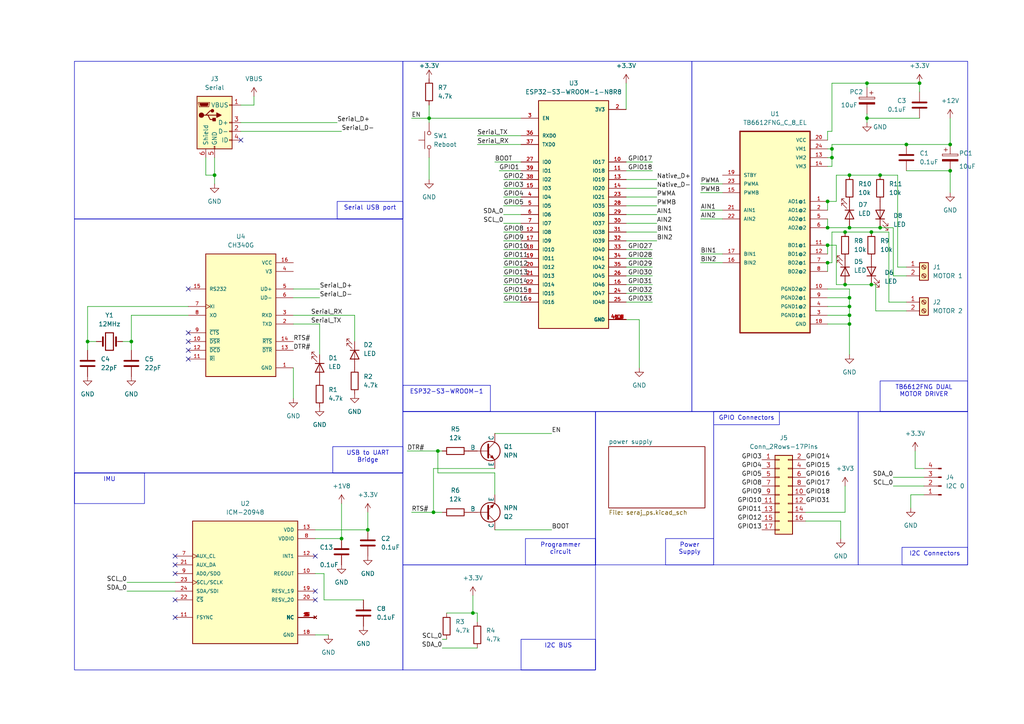
<source format=kicad_sch>
(kicad_sch (version 20230121) (generator eeschema)
  (paper "A4")
  (title_block (title "Seraj Dev Board") (date "2023-12-15") (rev "1") (company "EHTP ElectroPower") (comment 1 "Abdellah Radad"))
  (lib_symbols
    (symbol "CH340G:CH340G" (pin_names (offset 1.016))
      (property "Reference" "U" (at -10.16 20.32 0))
      (property "Value" "CH340G" (at -10.16 -22.86 0))
      (symbol "CH340G_0_0"
        (pin power_in line (at 15.24 -15.24 180) (length 5.08) (name "GND") (number "1"))
        (pin input line (at -15.24 -7.62 0) (length 5.08) (name "~{DSR}") (number "10"))
        (pin input line (at -15.24 -12.7 0) (length 5.08) (name "~{RI}") (number "11"))
        (pin input line (at -15.24 -10.16 0) (length 5.08) (name "~{DCD}") (number "12"))
        (pin output line (at 15.24 -10.16 180) (length 5.08) (name "~{DTR}") (number "13"))
        (pin output line (at 15.24 -7.62 180) (length 5.08) (name "~{RTS}") (number "14"))
        (pin input line (at -15.24 7.62 0) (length 5.08) (name "RS232") (number "15"))
        (pin power_in line (at 15.24 15.24 180) (length 5.08) (name "VCC") (number "16"))
        (pin output line (at 15.24 -2.54 180) (length 5.08) (name "TXD") (number "2"))
        (pin input line (at 15.24 0 180) (length 5.08) (name "RXD") (number "3"))
        (pin power_in line (at 15.24 12.7 180) (length 5.08) (name "V3") (number "4"))
        (pin bidirectional line (at 15.24 7.62 180) (length 5.08) (name "UD+") (number "5"))
        (pin bidirectional line (at 15.24 5.08 180) (length 5.08) (name "UD-") (number "6"))
        (pin input clock (at -15.24 2.54 0) (length 5.08) (name "XI") (number "7"))
        (pin output line (at -15.24 0 0) (length 5.08) (name "XO") (number "8"))
        (pin input line (at -15.24 -5.08 0) (length 5.08) (name "~{CTS}") (number "9"))
      )
    )
    (symbol "Connector:Conn_01x04_Pin" (pin_names (offset 1.016) hide)
      (property "Reference" "J" (at 0 5.08 0))
      (property "Value" "Conn_01x04_Pin" (at 0 -7.62 0))
      (symbol "Conn_01x04_Pin_1_1"
        (pin passive line (at 5.08 2.54 180) (length 3.81) (name "Pin_1") (number "1"))
        (pin passive line (at 5.08 0 180) (length 3.81) (name "Pin_2") (number "2"))
        (pin passive line (at 5.08 -2.54 180) (length 3.81) (name "Pin_3") (number "3"))
        (pin passive line (at 5.08 -5.08 180) (length 3.81) (name "Pin_4") (number "4"))
      )
    )
    (symbol "Connector:Screw_Terminal_01x02" (pin_names (offset 1.016) hide)
      (property "Reference" "J" (at 0 2.54 0))
      (property "Value" "Screw_Terminal_01x02" (at 0 -5.08 0))
      (symbol "Screw_Terminal_01x02_1_1"
        (pin passive line (at -5.08 0 0) (length 3.81) (name "Pin_1") (number "1"))
        (pin passive line (at -5.08 -2.54 0) (length 3.81) (name "Pin_2") (number "2"))
      )
    )
    (symbol "Connector:USB_B_Micro" (pin_names (offset 1.016))
      (property "Reference" "J" (at -5.08 11.43 0))
      (property "Value" "USB_B_Micro" (at -5.08 8.89 0))
      (symbol "USB_B_Micro_1_1"
        (pin power_out line (at 7.62 5.08 180) (length 2.54) (name "VBUS") (number "1"))
        (pin bidirectional line (at 7.62 -2.54 180) (length 2.54) (name "D-") (number "2"))
        (pin bidirectional line (at 7.62 0 180) (length 2.54) (name "D+") (number "3"))
        (pin passive line (at 7.62 -5.08 180) (length 2.54) (name "ID") (number "4"))
        (pin power_out line (at 0 -10.16 90) (length 2.54) (name "GND") (number "5"))
        (pin passive line (at -2.54 -10.16 90) (length 2.54) (name "Shield") (number "6"))
      )
    )
    (symbol "Connector_Generic:Conn_2Rows-17Pins" (pin_names (offset 1.016) hide)
      (property "Reference" "J" (at 1.27 12.7 0))
      (property "Value" "Conn_2Rows-17Pins" (at 1.27 -12.7 0))
      (symbol "Conn_2Rows-17Pins_1_1"
        (pin passive line (at -5.08 10.16 0) (length 3.81) (name "Pin_1") (number "1"))
        (pin passive line (at 7.62 0 180) (length 3.81) (name "Pin_10") (number "10"))
        (pin passive line (at -5.08 -2.54 0) (length 3.81) (name "Pin_11") (number "11"))
        (pin passive line (at 7.62 -2.54 180) (length 3.81) (name "Pin_12") (number "12"))
        (pin passive line (at -5.08 -5.08 0) (length 3.81) (name "Pin_13") (number "13"))
        (pin passive line (at 7.62 -5.08 180) (length 3.81) (name "Pin_14") (number "14"))
        (pin passive line (at -5.08 -7.62 0) (length 3.81) (name "Pin_15") (number "15"))
        (pin passive line (at 7.62 -7.62 180) (length 3.81) (name "Pin_16") (number "16"))
        (pin passive line (at -5.08 -10.16 0) (length 3.81) (name "Pin_17") (number "17"))
        (pin passive line (at 7.62 10.16 180) (length 3.81) (name "Pin_2") (number "2"))
        (pin passive line (at -5.08 7.62 0) (length 3.81) (name "Pin_3") (number "3"))
        (pin passive line (at 7.62 7.62 180) (length 3.81) (name "Pin_4") (number "4"))
        (pin passive line (at -5.08 5.08 0) (length 3.81) (name "Pin_5") (number "5"))
        (pin passive line (at 7.62 5.08 180) (length 3.81) (name "Pin_6") (number "6"))
        (pin passive line (at -5.08 2.54 0) (length 3.81) (name "Pin_7") (number "7"))
        (pin passive line (at 7.62 2.54 180) (length 3.81) (name "Pin_8") (number "8"))
        (pin passive line (at -5.08 0 0) (length 3.81) (name "Pin_9") (number "9"))
      )
    )
    (symbol "Device:C" (pin_numbers hide) (pin_names (offset 0.254))
      (property "Reference" "C" (at 0.635 2.54 0))
      (property "Value" "C" (at 0.635 -2.54 0))
      (symbol "C_1_1"
        (pin passive line (at 0 3.81 270) (length 2.794) (name "~") (number "1"))
        (pin passive line (at 0 -3.81 90) (length 2.794) (name "~") (number "2"))
      )
    )
    (symbol "Device:C_Polarized" (pin_numbers hide) (pin_names (offset 0.254))
      (property "Reference" "C" (at 0.635 2.54 0))
      (property "Value" "C_Polarized" (at 0.635 -2.54 0))
      (symbol "C_Polarized_1_1"
        (pin passive line (at 0 3.81 270) (length 2.794) (name "~") (number "1"))
        (pin passive line (at 0 -3.81 90) (length 2.794) (name "~") (number "2"))
      )
    )
    (symbol "Device:Crystal" (pin_numbers hide) (pin_names (offset 1.016) hide)
      (property "Reference" "Y" (at 0 3.81 0))
      (property "Value" "Crystal" (at 0 -3.81 0))
      (symbol "Crystal_1_1"
        (pin passive line (at -3.81 0 0) (length 1.27) (name "1") (number "1"))
        (pin passive line (at 3.81 0 180) (length 1.27) (name "2") (number "2"))
      )
    )
    (symbol "Device:LED" (pin_numbers hide) (pin_names (offset 1.016) hide)
      (property "Reference" "D" (at 0 2.54 0))
      (property "Value" "LED" (at 0 -2.54 0))
      (symbol "LED_1_1"
        (pin passive line (at -3.81 0 0) (length 2.54) (name "K") (number "1"))
        (pin passive line (at 3.81 0 180) (length 2.54) (name "A") (number "2"))
      )
    )
    (symbol "Device:R" (pin_numbers hide) (pin_names (offset 0))
      (property "Reference" "R" (at 2.032 0 90))
      (property "Value" "R" (at 0 0 90))
      (symbol "R_1_1"
        (pin passive line (at 0 3.81 270) (length 1.27) (name "~") (number "1"))
        (pin passive line (at 0 -3.81 90) (length 1.27) (name "~") (number "2"))
      )
    )
    (symbol "ESP32-S3-WROOM-1-N8R8:ESP32-S3-WROOM-1-N8R8" (pin_names (offset 1.016))
      (property "Reference" "U" (at -10.16 34.1122 0))
      (property "Value" "ESP32-S3-WROOM-1-N8R8" (at -10.16 -35.56 0))
      (symbol "ESP32-S3-WROOM-1-N8R8_0_0"
        (pin power_in line (at 15.24 -30.48 180) (length 5.08) (name "GND") (number "1"))
        (pin bidirectional line (at 15.24 15.24 180) (length 5.08) (name "IO17") (number "10"))
        (pin bidirectional line (at 15.24 12.7 180) (length 5.08) (name "IO18") (number "11"))
        (pin bidirectional line (at -15.24 -5.08 0) (length 5.08) (name "IO8") (number "12"))
        (pin bidirectional line (at 15.24 10.16 180) (length 5.08) (name "IO19") (number "13"))
        (pin bidirectional line (at 15.24 7.62 180) (length 5.08) (name "IO20") (number "14"))
        (pin bidirectional line (at -15.24 7.62 0) (length 5.08) (name "IO3") (number "15"))
        (pin bidirectional line (at 15.24 -20.32 180) (length 5.08) (name "IO46") (number "16"))
        (pin bidirectional line (at -15.24 -7.62 0) (length 5.08) (name "IO9") (number "17"))
        (pin bidirectional line (at -15.24 -10.16 0) (length 5.08) (name "IO10") (number "18"))
        (pin bidirectional line (at -15.24 -12.7 0) (length 5.08) (name "IO11") (number "19"))
        (pin power_in line (at 15.24 30.48 180) (length 5.08) (name "3V3") (number "2"))
        (pin bidirectional line (at -15.24 -15.24 0) (length 5.08) (name "IO12") (number "20"))
        (pin bidirectional line (at -15.24 -17.78 0) (length 5.08) (name "IO13") (number "21"))
        (pin bidirectional line (at -15.24 -20.32 0) (length 5.08) (name "IO14") (number "22"))
        (pin bidirectional line (at 15.24 5.08 180) (length 5.08) (name "IO21") (number "23"))
        (pin bidirectional line (at 15.24 -22.86 180) (length 5.08) (name "IO47") (number "24"))
        (pin bidirectional line (at 15.24 -25.4 180) (length 5.08) (name "IO48") (number "25"))
        (pin bidirectional line (at 15.24 -17.78 180) (length 5.08) (name "IO45") (number "26"))
        (pin bidirectional line (at -15.24 15.24 0) (length 5.08) (name "IO0") (number "27"))
        (pin bidirectional line (at 15.24 2.54 180) (length 5.08) (name "IO35") (number "28"))
        (pin bidirectional line (at 15.24 0 180) (length 5.08) (name "IO36") (number "29"))
        (pin input line (at -15.24 27.94 0) (length 5.08) (name "EN") (number "3"))
        (pin bidirectional line (at 15.24 -2.54 180) (length 5.08) (name "IO37") (number "30"))
        (pin bidirectional line (at 15.24 -5.08 180) (length 5.08) (name "IO38") (number "31"))
        (pin bidirectional line (at 15.24 -7.62 180) (length 5.08) (name "IO39") (number "32"))
        (pin bidirectional line (at 15.24 -10.16 180) (length 5.08) (name "IO40") (number "33"))
        (pin bidirectional line (at 15.24 -12.7 180) (length 5.08) (name "IO41") (number "34"))
        (pin bidirectional line (at 15.24 -15.24 180) (length 5.08) (name "IO42") (number "35"))
        (pin bidirectional line (at -15.24 22.86 0) (length 5.08) (name "RXD0") (number "36"))
        (pin bidirectional line (at -15.24 20.32 0) (length 5.08) (name "TXD0") (number "37"))
        (pin bidirectional line (at -15.24 10.16 0) (length 5.08) (name "IO2") (number "38"))
        (pin bidirectional line (at -15.24 12.7 0) (length 5.08) (name "IO1") (number "39"))
        (pin bidirectional line (at -15.24 5.08 0) (length 5.08) (name "IO4") (number "4"))
        (pin power_in line (at 15.24 -30.48 180) (length 5.08) (name "GND") (number "40"))
        (pin power_in line (at 15.24 -30.48 180) (length 5.08) (name "GND") (number "41_1"))
        (pin power_in line (at 15.24 -30.48 180) (length 5.08) (name "GND") (number "41_2"))
        (pin power_in line (at 15.24 -30.48 180) (length 5.08) (name "GND") (number "41_3"))
        (pin power_in line (at 15.24 -30.48 180) (length 5.08) (name "GND") (number "41_4"))
        (pin power_in line (at 15.24 -30.48 180) (length 5.08) (name "GND") (number "41_5"))
        (pin power_in line (at 15.24 -30.48 180) (length 5.08) (name "GND") (number "41_6"))
        (pin power_in line (at 15.24 -30.48 180) (length 5.08) (name "GND") (number "41_7"))
        (pin power_in line (at 15.24 -30.48 180) (length 5.08) (name "GND") (number "41_8"))
        (pin power_in line (at 15.24 -30.48 180) (length 5.08) (name "GND") (number "41_9"))
        (pin bidirectional line (at -15.24 2.54 0) (length 5.08) (name "IO5") (number "5"))
        (pin bidirectional line (at -15.24 0 0) (length 5.08) (name "IO6") (number "6"))
        (pin bidirectional line (at -15.24 -2.54 0) (length 5.08) (name "IO7") (number "7"))
        (pin bidirectional line (at -15.24 -22.86 0) (length 5.08) (name "IO15") (number "8"))
        (pin bidirectional line (at -15.24 -25.4 0) (length 5.08) (name "IO16") (number "9"))
      )
    )
    (symbol "ICM-20948:ICM-20948" (pin_names (offset 1.016))
      (property "Reference" "U" (at -15.24 18.415 0))
      (property "Value" "ICM-20948" (at -15.24 -20.32 0))
      (symbol "ICM-20948_0_0"
        (pin no_connect line (at 20.32 -10.16 180) (length 5.08) (name "NC") (number "1"))
        (pin output line (at 20.32 2.54 180) (length 5.08) (name "REGOUT") (number "10"))
        (pin input line (at -20.32 -10.16 0) (length 5.08) (name "FSYNC") (number "11"))
        (pin output line (at 20.32 7.62 180) (length 5.08) (name "INT1") (number "12"))
        (pin power_in line (at 20.32 15.24 180) (length 5.08) (name "VDD") (number "13"))
        (pin no_connect line (at 20.32 -10.16 180) (length 5.08) (name "NC") (number "14"))
        (pin no_connect line (at 20.32 -10.16 180) (length 5.08) (name "NC") (number "15"))
        (pin no_connect line (at 20.32 -10.16 180) (length 5.08) (name "NC") (number "16"))
        (pin no_connect line (at 20.32 -10.16 180) (length 5.08) (name "NC") (number "17"))
        (pin power_in line (at 20.32 -15.24 180) (length 5.08) (name "GND") (number "18"))
        (pin passive line (at 20.32 -2.54 180) (length 5.08) (name "RESV_19") (number "19"))
        (pin no_connect line (at 20.32 -10.16 180) (length 5.08) (name "NC") (number "2"))
        (pin passive line (at 20.32 -5.08 180) (length 5.08) (name "RESV_20") (number "20"))
        (pin bidirectional line (at -20.32 5.08 0) (length 5.08) (name "AUX_DA") (number "21"))
        (pin input line (at -20.32 -5.08 0) (length 5.08) (name "~{CS}") (number "22"))
        (pin input clock (at -20.32 0 0) (length 5.08) (name "SCL/SCLK") (number "23"))
        (pin bidirectional line (at -20.32 -2.54 0) (length 5.08) (name "SDA/SDI") (number "24"))
        (pin no_connect line (at 20.32 -10.16 180) (length 5.08) (name "NC") (number "3"))
        (pin no_connect line (at 20.32 -10.16 180) (length 5.08) (name "NC") (number "4"))
        (pin no_connect line (at 20.32 -10.16 180) (length 5.08) (name "NC") (number "5"))
        (pin no_connect line (at 20.32 -10.16 180) (length 5.08) (name "NC") (number "6"))
        (pin input clock (at -20.32 7.62 0) (length 5.08) (name "AUX_CL") (number "7"))
        (pin power_in line (at 20.32 12.7 180) (length 5.08) (name "VDDIO") (number "8"))
        (pin bidirectional line (at -20.32 2.54 0) (length 5.08) (name "AD0/SDO") (number "9"))
      )
    )
    (symbol "Simulation_SPICE:NPN" (pin_numbers hide) (pin_names (offset 0))
      (property "Reference" "Q" (at -2.54 7.62 0))
      (property "Value" "NPN" (at -2.54 5.08 0))
      (symbol "NPN_1_1"
        (pin open_collector line (at 2.54 5.08 270) (length 2.54) (name "C") (number "1"))
        (pin input line (at -5.08 0 0) (length 2.54) (name "B") (number "2"))
        (pin open_emitter line (at 2.54 -5.08 90) (length 2.54) (name "E") (number "3"))
      )
    )
    (symbol "Switch:SW_Push" (pin_numbers hide) (pin_names (offset 1.016) hide)
      (property "Reference" "SW" (at 1.27 2.54 0))
      (property "Value" "SW_Push" (at 0 -1.524 0))
      (symbol "SW_Push_0_1"
        (pin passive line (at -5.08 0 0) (length 2.54) (name "1") (number "1"))
        (pin passive line (at 5.08 0 180) (length 2.54) (name "2") (number "2"))
      )
    )
    (symbol "TB6612FNG_C_8_EL:TB6612FNG_C_8_EL" (pin_names (offset 1.016))
      (property "Reference" "U" (at -10.1952 28.0369 0))
      (property "Value" "TB6612FNG_C_8_EL" (at -10.1741 -33.7014 0))
      (symbol "TB6612FNG_C_8_EL_0_0"
        (pin output line (at 15.24 7.62 180) (length 5.08) (name "AO1@1") (number "1"))
        (pin passive line (at 15.24 -17.78 180) (length 5.08) (name "PGND2@2") (number "10"))
        (pin output line (at 15.24 -5.08 180) (length 5.08) (name "BO1@1") (number "11"))
        (pin output line (at 15.24 -7.62 180) (length 5.08) (name "BO1@2") (number "12"))
        (pin power_in line (at 15.24 20.32 180) (length 5.08) (name "VM2") (number "13"))
        (pin power_in line (at 15.24 17.78 180) (length 5.08) (name "VM3") (number "14"))
        (pin input line (at -15.24 10.16 0) (length 5.08) (name "PWMB") (number "15"))
        (pin input line (at -15.24 -10.16 0) (length 5.08) (name "BIN2") (number "16"))
        (pin input line (at -15.24 -7.62 0) (length 5.08) (name "BIN1") (number "17"))
        (pin passive line (at 15.24 -27.94 180) (length 5.08) (name "GND") (number "18"))
        (pin input line (at -15.24 15.24 0) (length 5.08) (name "STBY") (number "19"))
        (pin output line (at 15.24 5.08 180) (length 5.08) (name "AO1@2") (number "2"))
        (pin power_in line (at 15.24 25.4 180) (length 5.08) (name "VCC") (number "20"))
        (pin input line (at -15.24 5.08 0) (length 5.08) (name "AIN1") (number "21"))
        (pin input line (at -15.24 2.54 0) (length 5.08) (name "AIN2") (number "22"))
        (pin input line (at -15.24 12.7 0) (length 5.08) (name "PWMA") (number "23"))
        (pin power_in line (at 15.24 22.86 180) (length 5.08) (name "VM1") (number "24"))
        (pin passive line (at 15.24 -25.4 180) (length 5.08) (name "PGND1@1") (number "3"))
        (pin passive line (at 15.24 -22.86 180) (length 5.08) (name "PGND1@2") (number "4"))
        (pin output line (at 15.24 2.54 180) (length 5.08) (name "AO2@1") (number "5"))
        (pin output line (at 15.24 0 180) (length 5.08) (name "AO2@2") (number "6"))
        (pin output line (at 15.24 -10.16 180) (length 5.08) (name "BO2@1") (number "7"))
        (pin output line (at 15.24 -12.7 180) (length 5.08) (name "BO2@2") (number "8"))
        (pin passive line (at 15.24 -20.32 180) (length 5.08) (name "PGND2@1") (number "9"))
      )
    )
    (symbol "power:+12V" (power) (pin_names (offset 0))
      (property "Value" "+12V" (at 0 3.556 0))
      (symbol "+12V_1_1"
        (pin power_in line (at 0 0 90) (length 0) hide (name "+12V") (number "1"))
      )
    )
    (symbol "power:+1V8" (power) (pin_names (offset 0))
      (property "Value" "+1V8" (at 0 3.556 0))
      (symbol "+1V8_1_1"
        (pin power_in line (at 0 0 90) (length 0) hide (name "+1V8") (number "1"))
      )
    )
    (symbol "power:+3.3V" (power) (pin_names (offset 0))
      (property "Value" "+3.3V" (at 0 3.556 0))
      (symbol "+3.3V_1_1"
        (pin power_in line (at 0 0 90) (length 0) hide (name "+3.3V") (number "1"))
      )
    )
    (symbol "power:+3V3" (power) (pin_names (offset 0))
      (property "Value" "+3V3" (at 0 3.556 0))
      (symbol "+3V3_1_1"
        (pin power_in line (at 0 0 90) (length 0) hide (name "+3V3") (number "1"))
      )
    )
    (symbol "power:GND" (power) (pin_names (offset 0))
      (property "Value" "GND" (at 0 -3.81 0))
      (symbol "GND_1_1"
        (pin power_in line (at 0 0 270) (length 0) hide (name "GND") (number "1"))
      )
    )
    (symbol "power:VBUS" (power) (pin_names (offset 0))
      (property "Value" "VBUS" (at 0 3.81 0))
      (symbol "VBUS_1_1"
        (pin power_in line (at 0 0 90) (length 0) hide (name "VBUS") (number "1"))
      )
    )
  )
  (junction (at 255.27 50.8))
  (junction (at 127 130.81))
  (junction (at 245.11 82.55))
  (junction (at 62.23 50.8))
  (junction (at 137.16 177.8))
  (junction (at 246.38 88.9))
  (junction (at 251.46 24.13))
  (junction (at 99.06 156.21))
  (junction (at 246.38 86.36))
  (junction (at 241.3 45.72))
  (junction (at 38.1 99.06))
  (junction (at 240.03 71.12))
  (junction (at 246.38 93.98))
  (junction (at 252.73 67.31))
  (junction (at 246.38 91.44))
  (junction (at 252.73 82.55))
  (junction (at 275.59 41.91))
  (junction (at 125.73 148.59))
  (junction (at 266.7 24.13))
  (junction (at 251.46 34.29))
  (junction (at 106.68 153.67))
  (junction (at 240.03 58.42))
  (junction (at 246.38 50.8))
  (junction (at 240.03 76.2))
  (junction (at 255.27 66.04))
  (junction (at 246.38 66.04))
  (junction (at 262.89 41.91))
  (junction (at 275.59 49.53))
  (junction (at 124.46 34.29))
  (junction (at 240.03 66.04))
  (junction (at 245.11 67.31))
  (junction (at 241.3 43.18))
  (junction (at 25.4 99.06))
  (no_connect (at 91.44 173.99))
  (no_connect (at 54.61 96.52))
  (no_connect (at 91.44 161.29))
  (no_connect (at 50.8 163.83))
  (no_connect (at 50.8 166.37))
  (no_connect (at 50.8 161.29))
  (no_connect (at 50.8 179.07))
  (no_connect (at 69.85 40.64))
  (no_connect (at 54.61 104.14))
  (no_connect (at 54.61 101.6))
  (no_connect (at 91.44 171.45))
  (no_connect (at 54.61 83.82))
  (no_connect (at 50.8 173.99))
  (no_connect (at 54.61 99.06))
  (wire (pts (xy 267.97 143.51) (xy 264.16 143.51)))
  (wire (pts (xy 275.59 49.53) (xy 275.59 55.88)))
  (wire (pts (xy 127 130.81) (xy 128.27 130.81)))
  (wire (pts (xy 241.3 38.1) (xy 240.03 38.1)))
  (wire (pts (xy 146.05 54.61) (xy 151.13 54.61)))
  (wire (pts (xy 146.05 52.07) (xy 151.13 52.07)))
  (wire (pts (xy 38.1 91.44) (xy 38.1 99.06)))
  (wire (pts (xy 255.27 50.8) (xy 260.35 50.8)))
  (wire (pts (xy 143.51 46.99) (xy 151.13 46.99)))
  (wire (pts (xy 242.57 82.55) (xy 242.57 71.12)))
  (wire (pts (xy 181.61 74.93) (xy 189.23 74.93)))
  (wire (pts (xy 262.89 49.53) (xy 275.59 49.53)))
  (wire (pts (xy 38.1 99.06) (xy 38.1 101.6)))
  (wire (pts (xy 203.2 60.96) (xy 209.55 60.96)))
  (wire (pts (xy 265.43 130.81) (xy 265.43 135.89)))
  (wire (pts (xy 137.16 177.8) (xy 138.43 177.8)))
  (wire (pts (xy 181.61 85.09) (xy 189.23 85.09)))
  (wire (pts (xy 119.38 34.29) (xy 124.46 34.29)))
  (wire (pts (xy 240.03 71.12) (xy 240.03 73.66)))
  (wire (pts (xy 99.06 146.05) (xy 99.06 156.21)))
  (wire (pts (xy 92.71 83.82) (xy 85.09 83.82)))
  (wire (pts (xy 102.87 99.06) (xy 102.87 91.44)))
  (wire (pts (xy 138.43 41.91) (xy 151.13 41.91)))
  (wire (pts (xy 144.78 49.53) (xy 151.13 49.53)))
  (wire (pts (xy 181.61 72.39) (xy 189.23 72.39)))
  (wire (pts (xy 146.05 74.93) (xy 151.13 74.93)))
  (wire (pts (xy 69.85 35.56) (xy 97.79 35.56)))
  (wire (pts (xy 181.61 67.31) (xy 190.5 67.31)))
  (wire (pts (xy 185.42 92.71) (xy 185.42 106.68)))
  (wire (pts (xy 246.38 83.82) (xy 240.03 83.82)))
  (wire (pts (xy 146.05 82.55) (xy 151.13 82.55)))
  (wire (pts (xy 241.3 48.26) (xy 241.3 45.72)))
  (wire (pts (xy 146.05 85.09) (xy 151.13 85.09)))
  (wire (pts (xy 143.51 143.51) (xy 143.51 137.16)))
  (wire (pts (xy 124.46 34.29) (xy 151.13 34.29)))
  (wire (pts (xy 181.61 54.61) (xy 190.5 54.61)))
  (wire (pts (xy 275.59 41.91) (xy 262.89 41.91)))
  (wire (pts (xy 35.56 99.06) (xy 38.1 99.06)))
  (wire (pts (xy 246.38 88.9) (xy 246.38 86.36)))
  (wire (pts (xy 262.89 80.01) (xy 259.08 80.01)))
  (wire (pts (xy 252.73 67.31) (xy 245.11 67.31)))
  (wire (pts (xy 181.61 87.63) (xy 189.23 87.63)))
  (wire (pts (xy 143.51 137.16) (xy 127 137.16)))
  (wire (pts (xy 181.61 80.01) (xy 189.23 80.01)))
  (wire (pts (xy 93.98 173.99) (xy 93.98 166.37)))
  (wire (pts (xy 181.61 77.47) (xy 189.23 77.47)))
  (wire (pts (xy 259.08 140.97) (xy 267.97 140.97)))
  (wire (pts (xy 128.27 187.96) (xy 138.43 187.96)))
  (wire (pts (xy 240.03 66.04) (xy 246.38 66.04)))
  (wire (pts (xy 241.3 76.2) (xy 240.03 76.2)))
  (wire (pts (xy 146.05 67.31) (xy 151.13 67.31)))
  (wire (pts (xy 92.71 86.36) (xy 85.09 86.36)))
  (wire (pts (xy 266.7 34.29) (xy 251.46 34.29)))
  (wire (pts (xy 240.03 43.18) (xy 241.3 43.18)))
  (wire (pts (xy 181.61 57.15) (xy 190.5 57.15)))
  (wire (pts (xy 265.43 135.89) (xy 267.97 135.89)))
  (wire (pts (xy 240.03 88.9) (xy 246.38 88.9)))
  (wire (pts (xy 251.46 24.13) (xy 241.3 24.13)))
  (wire (pts (xy 264.16 143.51) (xy 264.16 147.32)))
  (wire (pts (xy 203.2 76.2) (xy 209.55 76.2)))
  (wire (pts (xy 93.98 166.37) (xy 91.44 166.37)))
  (wire (pts (xy 138.43 177.8) (xy 138.43 180.34)))
  (wire (pts (xy 245.11 140.97) (xy 245.11 148.59)))
  (wire (pts (xy 85.09 93.98) (xy 92.71 93.98)))
  (wire (pts (xy 275.59 34.29) (xy 275.59 41.91)))
  (wire (pts (xy 240.03 48.26) (xy 241.3 48.26)))
  (wire (pts (xy 160.02 153.67) (xy 143.51 153.67)))
  (wire (pts (xy 240.03 63.5) (xy 240.03 66.04)))
  (wire (pts (xy 181.61 24.13) (xy 181.61 31.75)))
  (wire (pts (xy 266.7 24.13) (xy 251.46 24.13)))
  (wire (pts (xy 246.38 86.36) (xy 246.38 83.82)))
  (wire (pts (xy 233.68 151.13) (xy 243.84 151.13)))
  (wire (pts (xy 254 82.55) (xy 254 90.17)))
  (wire (pts (xy 181.61 62.23) (xy 190.5 62.23)))
  (wire (pts (xy 118.11 130.81) (xy 127 130.81)))
  (wire (pts (xy 241.3 43.18) (xy 241.3 45.72)))
  (wire (pts (xy 242.57 71.12) (xy 240.03 71.12)))
  (wire (pts (xy 124.46 45.72) (xy 124.46 52.07)))
  (wire (pts (xy 241.3 67.31) (xy 241.3 76.2)))
  (wire (pts (xy 146.05 80.01) (xy 151.13 80.01)))
  (wire (pts (xy 146.05 77.47) (xy 151.13 77.47)))
  (wire (pts (xy 146.05 69.85) (xy 151.13 69.85)))
  (wire (pts (xy 129.54 177.8) (xy 137.16 177.8)))
  (wire (pts (xy 262.89 77.47) (xy 260.35 77.47)))
  (wire (pts (xy 146.05 87.63) (xy 151.13 87.63)))
  (wire (pts (xy 127 137.16) (xy 127 130.81)))
  (wire (pts (xy 27.94 99.06) (xy 25.4 99.06)))
  (wire (pts (xy 246.38 93.98) (xy 246.38 91.44)))
  (wire (pts (xy 36.83 171.45) (xy 50.8 171.45)))
  (wire (pts (xy 240.03 93.98) (xy 246.38 93.98)))
  (wire (pts (xy 245.11 82.55) (xy 242.57 82.55)))
  (wire (pts (xy 240.03 38.1) (xy 240.03 40.64)))
  (wire (pts (xy 246.38 66.04) (xy 255.27 66.04)))
  (wire (pts (xy 185.42 92.71) (xy 181.61 92.71)))
  (wire (pts (xy 255.27 66.04) (xy 259.08 66.04)))
  (wire (pts (xy 143.51 135.89) (xy 125.73 135.89)))
  (wire (pts (xy 181.61 69.85) (xy 190.5 69.85)))
  (wire (pts (xy 91.44 184.15) (xy 95.25 184.15)))
  (wire (pts (xy 203.2 55.88) (xy 209.55 55.88)))
  (wire (pts (xy 266.7 26.67) (xy 266.7 24.13)))
  (wire (pts (xy 124.46 35.56) (xy 124.46 34.29)))
  (wire (pts (xy 106.68 148.59) (xy 106.68 153.67)))
  (wire (pts (xy 246.38 91.44) (xy 246.38 88.9)))
  (wire (pts (xy 92.71 102.87) (xy 92.71 93.98)))
  (wire (pts (xy 242.57 50.8) (xy 242.57 58.42)))
  (wire (pts (xy 252.73 82.55) (xy 254 82.55)))
  (wire (pts (xy 259.08 80.01) (xy 259.08 66.04)))
  (wire (pts (xy 246.38 50.8) (xy 255.27 50.8)))
  (wire (pts (xy 181.61 46.99) (xy 189.23 46.99)))
  (wire (pts (xy 146.05 72.39) (xy 151.13 72.39)))
  (wire (pts (xy 241.3 41.91) (xy 241.3 43.18)))
  (wire (pts (xy 59.69 45.72) (xy 59.69 50.8)))
  (wire (pts (xy 254 90.17) (xy 262.89 90.17)))
  (wire (pts (xy 241.3 41.91) (xy 262.89 41.91)))
  (wire (pts (xy 128.27 185.42) (xy 129.54 185.42)))
  (wire (pts (xy 242.57 50.8) (xy 246.38 50.8)))
  (wire (pts (xy 146.05 57.15) (xy 151.13 57.15)))
  (wire (pts (xy 241.3 24.13) (xy 241.3 38.1)))
  (wire (pts (xy 257.81 67.31) (xy 257.81 87.63)))
  (wire (pts (xy 181.61 82.55) (xy 189.23 82.55)))
  (wire (pts (xy 203.2 73.66) (xy 209.55 73.66)))
  (wire (pts (xy 93.98 173.99) (xy 105.41 173.99)))
  (wire (pts (xy 242.57 58.42) (xy 240.03 58.42)))
  (wire (pts (xy 246.38 93.98) (xy 246.38 102.87)))
  (wire (pts (xy 251.46 25.4) (xy 251.46 24.13)))
  (wire (pts (xy 59.69 50.8) (xy 62.23 50.8)))
  (wire (pts (xy 240.03 86.36) (xy 246.38 86.36)))
  (wire (pts (xy 62.23 50.8) (xy 62.23 53.34)))
  (wire (pts (xy 124.46 30.48) (xy 124.46 34.29)))
  (wire (pts (xy 260.35 77.47) (xy 260.35 50.8)))
  (wire (pts (xy 245.11 82.55) (xy 252.73 82.55)))
  (wire (pts (xy 119.38 148.59) (xy 125.73 148.59)))
  (wire (pts (xy 245.11 148.59) (xy 233.68 148.59)))
  (wire (pts (xy 85.09 106.68) (xy 85.09 115.57)))
  (wire (pts (xy 257.81 87.63) (xy 262.89 87.63)))
  (wire (pts (xy 125.73 135.89) (xy 125.73 148.59)))
  (wire (pts (xy 54.61 91.44) (xy 38.1 91.44)))
  (wire (pts (xy 181.61 64.77) (xy 190.5 64.77)))
  (wire (pts (xy 54.61 88.9) (xy 25.4 88.9)))
  (wire (pts (xy 181.61 59.69) (xy 190.5 59.69)))
  (wire (pts (xy 240.03 91.44) (xy 246.38 91.44)))
  (wire (pts (xy 181.61 49.53) (xy 189.23 49.53)))
  (wire (pts (xy 146.05 62.23) (xy 151.13 62.23)))
  (wire (pts (xy 146.05 59.69) (xy 151.13 59.69)))
  (wire (pts (xy 251.46 34.29) (xy 251.46 35.56)))
  (wire (pts (xy 241.3 45.72) (xy 240.03 45.72)))
  (wire (pts (xy 91.44 153.67) (xy 106.68 153.67)))
  (wire (pts (xy 25.4 88.9) (xy 25.4 99.06)))
  (wire (pts (xy 259.08 138.43) (xy 267.97 138.43)))
  (wire (pts (xy 25.4 99.06) (xy 25.4 101.6)))
  (wire (pts (xy 69.85 38.1) (xy 99.06 38.1)))
  (wire (pts (xy 181.61 52.07) (xy 190.5 52.07)))
  (wire (pts (xy 203.2 63.5) (xy 209.55 63.5)))
  (wire (pts (xy 73.66 27.94) (xy 73.66 30.48)))
  (wire (pts (xy 243.84 151.13) (xy 243.84 156.21)))
  (wire (pts (xy 160.02 125.73) (xy 143.51 125.73)))
  (wire (pts (xy 62.23 45.72) (xy 62.23 50.8)))
  (wire (pts (xy 125.73 148.59) (xy 128.27 148.59)))
  (wire (pts (xy 240.03 76.2) (xy 240.03 78.74)))
  (wire (pts (xy 85.09 91.44) (xy 102.87 91.44)))
  (wire (pts (xy 251.46 33.02) (xy 251.46 34.29)))
  (wire (pts (xy 36.83 168.91) (xy 50.8 168.91)))
  (wire (pts (xy 138.43 39.37) (xy 151.13 39.37)))
  (wire (pts (xy 203.2 53.34) (xy 209.55 53.34)))
  (wire (pts (xy 73.66 30.48) (xy 69.85 30.48)))
  (wire (pts (xy 137.16 172.72) (xy 137.16 177.8)))
  (wire (pts (xy 240.03 58.42) (xy 240.03 60.96)))
  (wire (pts (xy 245.11 67.31) (xy 241.3 67.31)))
  (wire (pts (xy 257.81 67.31) (xy 252.73 67.31)))
  (wire (pts (xy 146.05 64.77) (xy 151.13 64.77)))
  (wire (pts (xy 99.06 156.21) (xy 91.44 156.21)))
  (rectangle (start 21.59 137.16) (end 116.84 194.31))
  (rectangle (start 207.01 119.38) (end 248.92 163.83))
  (rectangle (start 172.72 119.38) (end 207.01 163.83))
  (rectangle (start 116.84 17.78) (end 200.66 119.38))
  (rectangle (start 116.84 119.38) (end 172.72 163.83))
  (rectangle (start 21.59 17.78) (end 116.84 63.5))
  (rectangle (start 116.84 163.83) (end 172.72 194.31))
  (rectangle (start 248.92 119.38) (end 280.67 163.83))
  (rectangle (start 200.66 17.78) (end 280.67 119.38))
  (rectangle (start 21.59 63.5) (end 116.84 137.16))
  (text_box "IMU" (at 21.59 137.16 0) (size 20.32 8.89) (effects (font (size 1.27 1.27)) (justify top)))
  (text_box "USB to UART Bridge" (at 96.52 129.54 0) (size 20.32 7.62) (effects (font (size 1.27 1.27)) (justify top)))
  (text_box "Serial USB port\n" (at 97.79 58.42 0) (size 19.05 5.08) (effects (font (size 1.27 1.27)) (justify top)))
  (text_box "GPIO Connectors" (at 207.01 119.38 0) (size 19.05 3.81) (effects (font (size 1.27 1.27)) (justify top)))
  (text_box "Power Supply\n" (at 193.04 156.21 0) (size 13.97 7.62) (effects (font (size 1.27 1.27)) (justify top)))
  (text_box "I2C Connectors" (at 261.62 158.75 0) (size 19.05 5.08) (effects (font (size 1.27 1.27)) (justify top)))
  (text_box "TB6612FNG DUAL MOTOR DRIVER" (at 255.27 110.49 0) (size 25.4 8.89) (effects (font (size 1.27 1.27)) (justify top)))
  (text_box "ESP32-S3-WROOM-1\n" (at 116.84 111.76 0) (size 25.4 7.62) (effects (font (size 1.27 1.27)) (justify top)))
  (text_box "Programmer circuit\n" (at 152.4 156.21 0) (size 20.32 7.62) (effects (font (size 1.27 1.27)) (justify top)))
  (text_box "I2C BUS" (at 151.13 185.42 0) (size 21.59 8.89) (effects (font (size 1.27 1.27)) (justify top)))
  (label "GPIO27" (at 189.23 72.39 180))
  (label "GPIO13" (at 220.98 153.67 180))
  (label "GPIO31" (at 233.68 146.05 0))
  (label "GPIO18" (at 233.68 143.51 0))
  (label "Native_D+" (at 190.5 52.07 0))
  (label "GPIO17" (at 189.23 46.99 180))
  (label "PWMA" (at 190.5 57.15 0))
  (label "GPIO12" (at 220.98 151.13 180))
  (label "GPIO9" (at 220.98 143.51 180))
  (label "PWMB" (at 203.2 55.88 0))
  (label "GPIO2" (at 146.05 52.07 0))
  (label "GPIO10" (at 220.98 146.05 180))
  (label "GPIO1" (at 144.78 49.53 0))
  (label "GPIO8" (at 220.98 140.97 180))
  (label "GPIO3" (at 146.05 54.61 0))
  (label "GPIO5" (at 220.98 138.43 180))
  (label "PWMB" (at 190.5 59.69 0))
  (label "GPIO30" (at 189.23 80.01 180))
  (label "GPIO9" (at 146.05 69.85 0))
  (label "SDA_0" (at 146.05 62.23 180))
  (label "Serial_D-" (at 92.71 86.36 0))
  (label "SCL_0" (at 128.27 185.42 180))
  (label "EN" (at 160.02 125.73 0))
  (label "GPIO11" (at 146.05 74.93 0))
  (label "GPIO3" (at 220.98 133.35 180))
  (label "GPIO18" (at 189.23 49.53 180))
  (label "EN" (at 119.38 34.29 0))
  (label "Serial_D-" (at 99.06 38.1 0))
  (label "BOOT" (at 160.02 153.67 0))
  (label "GPIO14" (at 146.05 82.55 0))
  (label "GPIO29" (at 189.23 77.47 180))
  (label "GPIO5" (at 146.05 59.69 0))
  (label "Native_D-" (at 190.5 54.61 0))
  (label "GPIO11" (at 220.98 148.59 180))
  (label "Serial_D+" (at 97.79 35.56 0))
  (label "Serial_TX" (at 90.17 93.98 0))
  (label "GPIO12" (at 146.05 77.47 0))
  (label "GPIO32" (at 189.23 85.09 180))
  (label "GPIO13" (at 146.05 80.01 0))
  (label "AIN2" (at 190.5 64.77 0))
  (label "GPIO15" (at 146.05 85.09 0))
  (label "GPIO33" (at 189.23 87.63 180))
  (label "GPIO17" (at 233.68 140.97 0))
  (label "BOOT" (at 143.51 46.99 0))
  (label "Serial_RX" (at 138.43 41.91 0))
  (label "SCL_0" (at 36.83 168.91 180))
  (label "SCL_0" (at 259.08 140.97 180))
  (label "GPIO4" (at 220.98 135.89 180))
  (label "GPIO31" (at 189.23 82.55 180))
  (label "SDA_0" (at 259.08 138.43 180))
  (label "PWMA" (at 203.2 53.34 0))
  (label "BIN2" (at 190.5 69.85 0))
  (label "RTS#" (at 119.38 148.59 0))
  (label "BIN1" (at 190.5 67.31 0))
  (label "GPIO15" (at 233.68 135.89 0))
  (label "DTR#" (at 118.11 130.81 0))
  (label "GPIO10" (at 146.05 72.39 0))
  (label "GPIO8" (at 146.05 67.31 0))
  (label "BIN1" (at 203.2 73.66 0))
  (label "GPIO16" (at 233.68 138.43 0))
  (label "SDA_0" (at 36.83 171.45 180))
  (label "DTR#" (at 85.09 101.6 0))
  (label "GPIO28" (at 189.23 74.93 180))
  (label "Serial_D+" (at 92.71 83.82 0))
  (label "BIN2" (at 203.2 76.2 0))
  (label "AIN1" (at 190.5 62.23 0))
  (label "SDA_0" (at 128.27 187.96 180))
  (label "AIN1" (at 203.2 60.96 0))
  (label "Serial_RX" (at 90.17 91.44 0))
  (label "AIN2" (at 203.2 63.5 0))
  (label "GPIO4" (at 146.05 57.15 0))
  (label "GPIO16" (at 146.05 87.63 0))
  (label "SCL_0" (at 146.05 64.77 180))
  (label "RTS#" (at 85.09 99.06 0))
  (label "Serial_TX" (at 138.43 39.37 0))
  (label "GPIO14" (at 233.68 133.35 0))
  (symbol (lib_id "Device:R") (at 138.43 184.15 0) (unit 1)
    (property "Reference" "R4" (at 140.97 182.88 0) (effects (justify left)))
    (property "Value" "4.7k" (at 140.97 185.42 0) (effects (justify left)))
    (property "Footprint" "Resistor_SMD:R_0201_0603Metric" (effects hide))
  )
  (symbol (lib_id "Device:R") (at 245.11 71.12 0) (unit 1)
    (property "Reference" "R8" (at 247.65 69.85 0) (effects (justify left)))
    (property "Value" "10k" (at 247.65 72.39 0) (effects (justify left)))
    (property "Footprint" "Resistor_SMD:R_0201_0603Metric" (effects hide))
  )
  (symbol (lib_id "Device:R") (at 124.46 26.67 0) (unit 1)
    (property "Reference" "R7" (at 127 25.4 0) (effects (justify left)))
    (property "Value" "4.7k" (at 127 27.94 0) (effects (justify left)))
    (property "Footprint" "Resistor_SMD:R_0201_0603Metric" (effects hide))
  )
  (symbol (lib_id "Device:Crystal") (at 31.75 99.06 0) (unit 1)
    (property "Reference" "Y1" (at 31.75 91.44 0))
    (property "Value" "12MHz" (at 31.75 93.98 0))
    (property "Footprint" "Crystal:Crystal_SMD_2012-2Pin_2.0x1.2mm_HandSoldering" (effects hide))
  )
  (symbol (lib_id "Simulation_SPICE:NPN") (at 140.97 148.59 0) (mirror x) (unit 1)
    (property "Reference" "Q2" (at 146.05 149.86 0) (effects (justify left)))
    (property "Value" "NPN" (at 146.05 147.32 0) (effects (justify left)))
    (property "Footprint" "Package_TO_SOT_SMD:SOT-23" (effects hide))
    (property "Sim.Device" "NPN" (effects hide))
    (property "Sim.Type" "GUMMELPOON" (effects hide))
    (property "Sim.Pins" "1=C 2=B 3=E" (effects hide))
  )
  (symbol (lib_id "Device:R") (at 129.54 181.61 0) (unit 1)
    (property "Reference" "R3" (at 132.08 180.34 0) (effects (justify left)))
    (property "Value" "4.7k" (at 132.08 182.88 0) (effects (justify left)))
    (property "Footprint" "Resistor_SMD:R_0201_0603Metric" (effects hide))
  )
  (symbol (lib_id "power:GND") (at 95.25 184.15 0) (mirror y) (unit 1)
    (property "Reference" "#PWR019" (effects hide))
    (property "Value" "GND" (at 95.25 189.23 0))
  )
  (symbol (lib_id "power:GND") (at 92.71 118.11 0) (unit 1)
    (property "Reference" "#PWR09" (effects hide))
    (property "Value" "GND" (at 92.71 123.19 0))
  )
  (symbol (lib_id "Device:C") (at 105.41 177.8 0) (unit 1)
    (property "Reference" "C8" (at 109.22 176.53 0) (effects (justify left)))
    (property "Value" "0.1uF" (at 109.22 179.07 0) (effects (justify left)))
    (property "Footprint" "Capacitor_SMD:C_0805_2012Metric" (effects hide))
  )
  (symbol (lib_id "Device:R") (at 102.87 110.49 0) (unit 1)
    (property "Reference" "R2" (at 105.41 109.22 0) (effects (justify left)))
    (property "Value" "4.7k" (at 105.41 111.76 0) (effects (justify left)))
    (property "Footprint" "Resistor_SMD:R_0201_0603Metric" (effects hide))
  )
  (symbol (lib_id "TB6612FNG_C_8_EL:TB6612FNG_C_8_EL") (at 224.79 66.04 0) (unit 1)
    (property "Reference" "U1" (at 224.79 33.02 0))
    (property "Value" "TB6612FNG_C_8_EL" (at 224.79 35.56 0))
    (property "Footprint" "TB6612FNG_C_8_EL:SOP65P760X160-24N" (effects hide))
    (property "MF" "Toshiba" (effects hide))
    (property "Description" "\n- Motor Driver Power MOSFET Parallel 24-SSOP\n" (effects hide))
    (property "Package" "SSOP-24 Toshiba" (effects hide))
    (property "Price" "None" (effects hide))
    (property "Check_prices" "https://www.snapeda.com/parts/TB6612FNG,C,8,EL/Toshiba+Semiconductor+and+Storage/view-part/?ref=eda" (effects hide))
    (property "SnapEDA_Link" "https://www.snapeda.com/parts/TB6612FNG,C,8,EL/Toshiba+Semiconductor+and+Storage/view-part/?ref=snap" (effects hide))
    (property "MP" "TB6612FNG,C,8,EL" (effects hide))
    (property "Purchase-URL" "https://www.snapeda.com/api/url_track_click_mouser/?unipart_id=424445&manufacturer=Toshiba&part_name=TB6612FNG,C,8,EL&search_term=tb6612fng" (effects hide))
    (property "Availability" "In Stock" (effects hide))
    (property "MANUFACTURER" "Toshiba" (effects hide))
  )
  (symbol (lib_id "Device:C") (at 25.4 105.41 0) (unit 1)
    (property "Reference" "C4" (at 29.21 104.14 0) (effects (justify left)))
    (property "Value" "22pF" (at 29.21 106.68 0) (effects (justify left)))
    (property "Footprint" "Capacitor_SMD:C_0805_2012Metric" (effects hide))
  )
  (symbol (lib_id "Device:C") (at 38.1 105.41 0) (unit 1)
    (property "Reference" "C5" (at 41.91 104.14 0) (effects (justify left)))
    (property "Value" "22pF" (at 41.91 106.68 0) (effects (justify left)))
    (property "Footprint" "Capacitor_SMD:C_0805_2012Metric" (effects hide))
  )
  (symbol (lib_id "Device:C") (at 99.06 160.02 0) (unit 1)
    (property "Reference" "C13" (at 92.71 158.75 0) (effects (justify left)))
    (property "Value" "0.1uF" (at 92.71 163.83 0) (effects (justify left)))
    (property "Footprint" "Capacitor_SMD:C_0805_2012Metric" (effects hide))
  )
  (symbol (lib_id "Connector:Screw_Terminal_01x02") (at 267.97 77.47 0) (unit 1)
    (property "Reference" "J1" (at 270.51 77.47 0) (effects (justify left)))
    (property "Value" "MOTOR 1" (at 270.51 80.01 0) (effects (justify left)))
    (property "Footprint" "TerminalBlock:TerminalBlock_Altech_AK300-2_P5.00mm" (effects hide))
  )
  (symbol (lib_id "power:GND") (at 251.46 35.56 0) (mirror y) (unit 1)
    (property "Reference" "#PWR04" (effects hide))
    (property "Value" "GND" (at 255.27 36.83 0))
  )
  (symbol (lib_id "Device:C") (at 266.7 30.48 0) (mirror y) (unit 1)
    (property "Reference" "C3" (at 262.89 29.21 0) (effects (justify left)))
    (property "Value" "0.1uF" (at 262.89 31.75 0) (effects (justify left)))
    (property "Footprint" "Capacitor_SMD:C_0805_2012Metric" (effects hide))
  )
  (symbol (lib_id "power:GND") (at 105.41 181.61 0) (unit 1)
    (property "Reference" "#PWR028" (effects hide))
    (property "Value" "GND" (at 105.41 186.69 0))
  )
  (symbol (lib_id "Device:R") (at 132.08 148.59 90) (unit 1)
    (property "Reference" "R6" (at 132.08 142.24 90))
    (property "Value" "12k" (at 132.08 144.78 90))
    (property "Footprint" "Resistor_SMD:R_0201_0603Metric" (effects hide))
  )
  (symbol (lib_id "Device:LED") (at 245.11 78.74 270) (unit 1)
    (property "Reference" "D5" (at 247.65 75.8825 90) (effects (justify left)))
    (property "Value" "LED" (at 247.65 78.4225 90) (effects (justify left)))
    (property "Footprint" "LED_SMD:LED_0805_2012Metric" (effects hide))
  )
  (symbol (lib_id "Device:C") (at 106.68 157.48 0) (unit 1)
    (property "Reference" "C2" (at 110.49 156.21 0) (effects (justify left)))
    (property "Value" "0.1uF" (at 110.49 158.75 0) (effects (justify left)))
    (property "Footprint" "Capacitor_SMD:C_0805_2012Metric" (effects hide))
  )
  (symbol (lib_id "Switch:SW_Push") (at 124.46 40.64 90) (unit 1)
    (property "Reference" "SW1" (at 125.73 39.37 90) (effects (justify right)))
    (property "Value" "Reboot" (at 125.73 41.91 90) (effects (justify right)))
    (property "Footprint" "Button_Switch_SMD:SW_Push_SPST_NO_Alps_SKRK" (effects hide))
  )
  (symbol (lib_id "Device:LED") (at 246.38 62.23 270) (unit 1)
    (property "Reference" "D7" (at 248.92 59.3725 90) (effects (justify left)))
    (property "Value" "LED" (at 248.92 61.9125 90) (effects (justify left)))
    (property "Footprint" "LED_SMD:LED_0805_2012Metric" (effects hide))
  )
  (symbol (lib_id "power:GND") (at 85.09 115.57 0) (unit 1)
    (property "Reference" "#PWR012" (effects hide))
    (property "Value" "GND" (at 85.09 120.65 0))
  )
  (symbol (lib_id "power:GND") (at 185.42 106.68 0) (unit 1)
    (property "Reference" "#PWR05" (effects hide))
    (property "Value" "GND" (at 185.42 111.76 0))
  )
  (symbol (lib_id "power:+3V3") (at 245.11 140.97 0) (unit 1)
    (property "Reference" "#PWR014" (effects hide))
    (property "Value" "+3V3" (at 245.11 135.89 0))
  )
  (symbol (lib_id "ICM-20948:ICM-20948") (at 71.12 168.91 0) (unit 1)
    (property "Reference" "U2" (at 71.12 146.05 0))
    (property "Value" "ICM-20948" (at 71.12 148.59 0))
    (property "Footprint" "ICM-20948:QFN40P300X300X105-24N" (effects hide))
    (property "MF" "TDK InvenSense" (effects hide))
    (property "MAXIMUM_PACKAGE_HEIGHT" "1.05 mm" (effects hide))
    (property "Package" "TFQFN-24 TDK InvenSense" (effects hide))
    (property "Price" "None" (effects hide))
    (property "Check_prices" "https://www.snapeda.com/parts/ICM-20948/TDK+InvenSense/view-part/?ref=eda" (effects hide))
    (property "STANDARD" "IPC 7351B" (effects hide))
    (property "PARTREV" "1.3" (effects hide))
    (property "SnapEDA_Link" "https://www.snapeda.com/parts/ICM-20948/TDK+InvenSense/view-part/?ref=snap" (effects hide))
    (property "MP" "ICM-20948" (effects hide))
    (property "Purchase-URL" "https://www.snapeda.com/api/url_track_click_mouser/?unipart_id=578927&manufacturer=TDK InvenSense&part_name=ICM-20948&search_term=None" (effects hide))
    (property "Description" "\nAccelerometer, Gyroscope, Magnetometer, 9 Axis Sensor I²C, SPI Output\n" (effects hide))
    (property "Availability" "In Stock" (effects hide))
    (property "MANUFACTURER" "TDK InvenSense" (effects hide))
  )
  (symbol (lib_id "Device:R") (at 92.71 114.3 0) (unit 1)
    (property "Reference" "R1" (at 95.25 113.03 0) (effects (justify left)))
    (property "Value" "4.7k" (at 95.25 115.57 0) (effects (justify left)))
    (property "Footprint" "Resistor_SMD:R_0201_0603Metric" (effects hide))
  )
  (symbol (lib_id "Device:R") (at 132.08 130.81 90) (unit 1)
    (property "Reference" "R5" (at 132.08 124.46 90))
    (property "Value" "12k" (at 132.08 127 90))
    (property "Footprint" "Resistor_SMD:R_0201_0603Metric" (effects hide))
  )
  (symbol (lib_id "power:GND") (at 25.4 109.22 0) (unit 1)
    (property "Reference" "#PWR010" (effects hide))
    (property "Value" "GND" (at 25.4 114.3 0))
  )
  (symbol (lib_id "Connector:Screw_Terminal_01x02") (at 267.97 87.63 0) (unit 1)
    (property "Reference" "J2" (at 270.51 87.63 0) (effects (justify left)))
    (property "Value" "MOTOR 2" (at 270.51 90.17 0) (effects (justify left)))
    (property "Footprint" "TerminalBlock:TerminalBlock_Altech_AK300-2_P5.00mm" (effects hide))
  )
  (symbol (lib_id "CH340G:CH340G") (at 69.85 91.44 0) (unit 1)
    (property "Reference" "U4" (at 69.85 68.58 0))
    (property "Value" "CH340G" (at 69.85 71.12 0))
    (property "Footprint" "CH340G:SOIC127P600X180-16N" (effects hide))
    (property "MF" "WCH" (effects hide))
    (property "MAXIMUM_PACKAGE_HEIGHT" "1.8 mm" (effects hide))
    (property "Package" "None" (effects hide))
    (property "Price" "None" (effects hide))
    (property "Check_prices" "https://www.snapeda.com/parts/Ch340G/WCH/view-part/?ref=eda" (effects hide))
    (property "STANDARD" "IPC 7351B" (effects hide))
    (property "PARTREV" "2G" (effects hide))
    (property "SnapEDA_Link" "https://www.snapeda.com/parts/Ch340G/WCH/view-part/?ref=snap" (effects hide))
    (property "MP" "Ch340G" (effects hide))
    (property "Description" "\nUSB Interface Integrated Circuit\n" (effects hide))
    (property "Availability" "Not in stock" (effects hide))
    (property "MANUFACTURER" "WCH" (effects hide))
  )
  (symbol (lib_id "Device:R") (at 246.38 54.61 0) (unit 1)
    (property "Reference" "R10" (at 248.92 53.34 0) (effects (justify left)))
    (property "Value" "10k" (at 248.92 55.88 0) (effects (justify left)))
    (property "Footprint" "Resistor_SMD:R_0201_0603Metric" (effects hide))
  )
  (symbol (lib_id "Connector:Conn_01x04_Pin") (at 273.05 140.97 180) (unit 1)
    (property "Reference" "J4" (at 274.32 138.43 0) (effects (justify right)))
    (property "Value" "I2C 0" (at 274.32 140.97 0) (effects (justify right)))
    (property "Footprint" "Connector_PinHeader_1.00mm:PinHeader_1x04_P1.00mm_Vertical" (effects hide))
  )
  (symbol (lib_id "Device:LED") (at 92.71 106.68 270) (unit 1)
    (property "Reference" "D1" (at 95.25 103.8225 90) (effects (justify left)))
    (property "Value" "LED" (at 95.25 106.3625 90) (effects (justify left)))
    (property "Footprint" "LED_SMD:LED_0805_2012Metric" (effects hide))
  )
  (symbol (lib_id "power:VBUS") (at 73.66 27.94 0) (unit 1)
    (property "Reference" "#PWR022" (effects hide))
    (property "Value" "VBUS" (at 73.66 22.86 0))
  )
  (symbol (lib_id "power:GND") (at 106.68 161.29 0) (mirror y) (unit 1)
    (property "Reference" "#PWR02" (effects hide))
    (property "Value" "GND" (at 106.68 166.37 0))
  )
  (symbol (lib_id "power:GND") (at 62.23 53.34 0) (unit 1)
    (property "Reference" "#PWR06" (effects hide))
    (property "Value" "GND" (at 62.23 58.42 0))
  )
  (symbol (lib_id "Device:LED") (at 255.27 62.23 90) (unit 1)
    (property "Reference" "D8" (at 259.08 62.5475 90) (effects (justify right)))
    (property "Value" "LED" (at 259.08 65.0875 90) (effects (justify right)))
    (property "Footprint" "LED_SMD:LED_0805_2012Metric" (effects hide))
  )
  (symbol (lib_id "power:GND") (at 264.16 147.32 0) (unit 1)
    (property "Reference" "#PWR07" (effects hide))
    (property "Value" "GND" (at 264.16 152.4 0))
  )
  (symbol (lib_id "power:GND") (at 124.46 52.07 0) (unit 1)
    (property "Reference" "#PWR025" (effects hide))
    (property "Value" "GND" (at 124.46 57.15 0))
  )
  (symbol (lib_id "power:GND") (at 38.1 109.22 0) (unit 1)
    (property "Reference" "#PWR011" (effects hide))
    (property "Value" "GND" (at 38.1 114.3 0))
  )
  (symbol (lib_id "Connector_Generic:Conn_2Rows-17Pins") (at 226.06 143.51 0) (unit 1)
    (property "Reference" "J5" (at 227.33 127 0))
    (property "Value" "Conn_2Rows-17Pins" (at 227.33 129.54 0))
    (property "Footprint" "Connector_PinHeader_1.27mm:PinHeader_2x09_P1.27mm_Vertical" (effects hide))
  )
  (symbol (lib_id "power:GND") (at 246.38 102.87 0) (unit 1)
    (property "Reference" "#PWR01" (effects hide))
    (property "Value" "GND" (at 246.38 107.95 0))
  )
  (symbol (lib_id "power:+3.3V") (at 266.7 24.13 0) (unit 1)
    (property "Reference" "#PWR08" (effects hide))
    (property "Value" "+3.3V" (at 266.7 19.05 0))
  )
  (symbol (lib_id "power:+3.3V") (at 137.16 172.72 0) (unit 1)
    (property "Reference" "#PWR018" (effects hide))
    (property "Value" "+3.3V" (at 137.16 167.64 0))
  )
  (symbol (lib_id "Device:C") (at 262.89 45.72 0) (unit 1)
    (property "Reference" "C1" (at 266.7 44.45 0) (effects (justify left)))
    (property "Value" "0.1uF" (at 266.7 46.99 0) (effects (justify left)))
    (property "Footprint" "Capacitor_SMD:C_0805_2012Metric" (effects hide))
  )
  (symbol (lib_id "Device:C_Polarized") (at 275.59 45.72 0) (unit 1)
    (property "Reference" "PC1" (at 278.13 44.45 0) (effects (justify left)))
    (property "Value" "10uF" (at 278.13 48.26 0) (effects (justify left)))
    (property "Footprint" "Capacitor_SMD:C_0805_2012Metric" (effects hide))
  )
  (symbol (lib_id "Device:LED") (at 102.87 102.87 270) (unit 1)
    (property "Reference" "D2" (at 105.41 100.0125 90) (effects (justify left)))
    (property "Value" "LED" (at 105.41 102.5525 90) (effects (justify left)))
    (property "Footprint" "LED_SMD:LED_0805_2012Metric" (effects hide))
  )
  (symbol (lib_id "power:GND") (at 275.59 55.88 0) (unit 1)
    (property "Reference" "#PWR03" (effects hide))
    (property "Value" "GND" (at 275.59 60.96 0))
  )
  (symbol (lib_id "Connector:USB_B_Micro") (at 62.23 35.56 0) (unit 1)
    (property "Reference" "J3" (at 62.23 22.86 0))
    (property "Value" "Serial" (at 62.23 25.4 0))
    (property "Footprint" "Connector_USB:USB_Micro-B_Molex-105133-0031" (effects hide))
  )
  (symbol (lib_id "power:GND") (at 99.06 163.83 0) (mirror y) (unit 1)
    (property "Reference" "#PWR041" (effects hide))
    (property "Value" "GND" (at 99.06 168.91 0))
  )
  (symbol (lib_id "power:+3.3V") (at 124.46 22.86 0) (unit 1)
    (property "Reference" "#PWR026" (effects hide))
    (property "Value" "+3.3V" (at 124.46 19.05 0))
  )
  (symbol (lib_id "power:+3.3V") (at 181.61 24.13 0) (unit 1)
    (property "Reference" "#PWR016" (effects hide))
    (property "Value" "+3.3V" (at 181.61 19.05 0))
  )
  (symbol (lib_id "Device:R") (at 255.27 54.61 0) (unit 1)
    (property "Reference" "R11" (at 257.81 53.34 0) (effects (justify left)))
    (property "Value" "10k" (at 257.81 55.88 0) (effects (justify left)))
    (property "Footprint" "Resistor_SMD:R_0201_0603Metric" (effects hide))
  )
  (symbol (lib_id "power:+1V8") (at 99.06 146.05 0) (unit 1)
    (property "Reference" "#PWR040" (effects hide))
    (property "Value" "+1V8" (at 99.06 140.97 0))
  )
  (symbol (lib_id "power:GND") (at 243.84 156.21 0) (unit 1)
    (property "Reference" "#PWR015" (effects hide))
    (property "Value" "GND" (at 243.84 161.29 0))
  )
  (symbol (lib_id "power:+12V") (at 275.59 34.29 0) (mirror y) (unit 1)
    (property "Reference" "#PWR043" (effects hide))
    (property "Value" "+12V" (at 275.59 29.21 0))
  )
  (symbol (lib_id "ESP32-S3-WROOM-1-N8R8:ESP32-S3-WROOM-1-N8R8") (at 166.37 62.23 0) (unit 1)
    (property "Reference" "U3" (at 166.37 24.13 0))
    (property "Value" "ESP32-S3-WROOM-1-N8R8" (at 166.37 26.67 0))
    (property "Footprint" "ESP32-S3-WROOM-1-N8R8:XCVR_ESP32S3WROOM1N8R8" (effects hide))
    (property "MF" "Espressif Systems" (effects hide))
    (property "DESCRIPTION" "Bluetooth, WiFi 802.11b/g/n, Bluetooth v5.0 Transceiver Module 2.4GHz PCB Trace Surface Mount" (effects hide))
    (property "PACKAGE" "SMD-41 Espressif Systems" (effects hide))
    (property "PRICE" "None" (effects hide))
    (property "Package" "NON STANDARD Espressif Systems" (effects hide))
    (property "Check_prices" "https://www.snapeda.com/parts/ESP32-S3-WROOM-1-N8R8/Espressif+Systems/view-part/?ref=eda" (effects hide))
    (property "Price" "None" (effects hide))
    (property "SnapEDA_Link" "https://www.snapeda.com/parts/ESP32-S3-WROOM-1-N8R8/Espressif+Systems/view-part/?ref=snap" (effects hide))
    (property "MP" "ESP32-S3-WROOM-1-N8R8" (effects hide))
    (property "Purchase-URL" "https://www.snapeda.com/api/url_track_click_mouser/?unipart_id=8936581&manufacturer=Espressif Systems&part_name=ESP32-S3-WROOM-1-N8R8&search_term=	 esp32-s3-wroom-1" (effects hide))
    (property "Description" "\nBluetooth, WiFi 802.11b/g/n, Bluetooth v5.0 Transceiver Module 2.4GHz PCB Trace Surface Mount\n" (effects hide))
    (property "Availability" "In Stock" (effects hide))
    (property "AVAILABILITY" "In Stock" (effects hide))
    (property "PURCHASE-URL" "https://pricing.snapeda.com/search/part/ESP32S3WROOM1N8R8/?ref=eda" (effects hide))
  )
  (symbol (lib_id "Simulation_SPICE:NPN") (at 140.97 130.81 0) (unit 1)
    (property "Reference" "Q1" (at 146.05 129.54 0) (effects (justify left)))
    (property "Value" "NPN" (at 146.05 132.08 0) (effects (justify left)))
    (property "Footprint" "Package_TO_SOT_SMD:SOT-23" (effects hide))
    (property "Sim.Device" "NPN" (effects hide))
    (property "Sim.Type" "GUMMELPOON" (effects hide))
    (property "Sim.Pins" "1=C 2=B 3=E" (effects hide))
  )
  (symbol (lib_id "Device:R") (at 252.73 71.12 0) (unit 1)
    (property "Reference" "R9" (at 255.27 69.85 0) (effects (justify left)))
    (property "Value" "10k" (at 255.27 72.39 0) (effects (justify left)))
    (property "Footprint" "Resistor_SMD:R_0201_0603Metric" (effects hide))
  )
  (symbol (lib_id "power:+3.3V") (at 265.43 130.81 0) (unit 1)
    (property "Reference" "#PWR021" (effects hide))
    (property "Value" "+3.3V" (at 265.43 125.73 0))
  )
  (symbol (lib_id "power:GND") (at 102.87 114.3 0) (unit 1)
    (property "Reference" "#PWR013" (effects hide))
    (property "Value" "GND" (at 102.87 119.38 0))
  )
  (symbol (lib_id "power:+3.3V") (at 106.68 148.59 0) (unit 1)
    (property "Reference" "#PWR020" (effects hide))
    (property "Value" "+3.3V" (at 106.68 143.51 0))
  )
  (symbol (lib_id "Device:LED") (at 252.73 78.74 90) (unit 1)
    (property "Reference" "D6" (at 256.54 79.0575 90) (effects (justify right)))
    (property "Value" "LED" (at 256.54 81.5975 90) (effects (justify right)))
    (property "Footprint" "LED_SMD:LED_0805_2012Metric" (effects hide))
  )
  (symbol (lib_id "Device:C_Polarized") (at 251.46 29.21 0) (mirror y) (unit 1)
    (property "Reference" "PC2" (at 246.38 26.67 0) (effects (justify right)))
    (property "Value" "10uF" (at 243.84 30.48 0) (effects (justify right)))
    (property "Footprint" "Capacitor_SMD:C_0805_2012Metric" (effects hide))
  )
  (sheet (at 176.53 129.54) (size 27.94 17.78) (stroke (width 0.1524))
    (property "Sheetname" "power supply" (at 176.53 128.8284 0) (effects (justify left bottom)))
    (property "Sheetfile" "seraj_ps.kicad_sch" (at 176.53 147.9046 0) (effects (justify left top)))
  )
)
</source>
